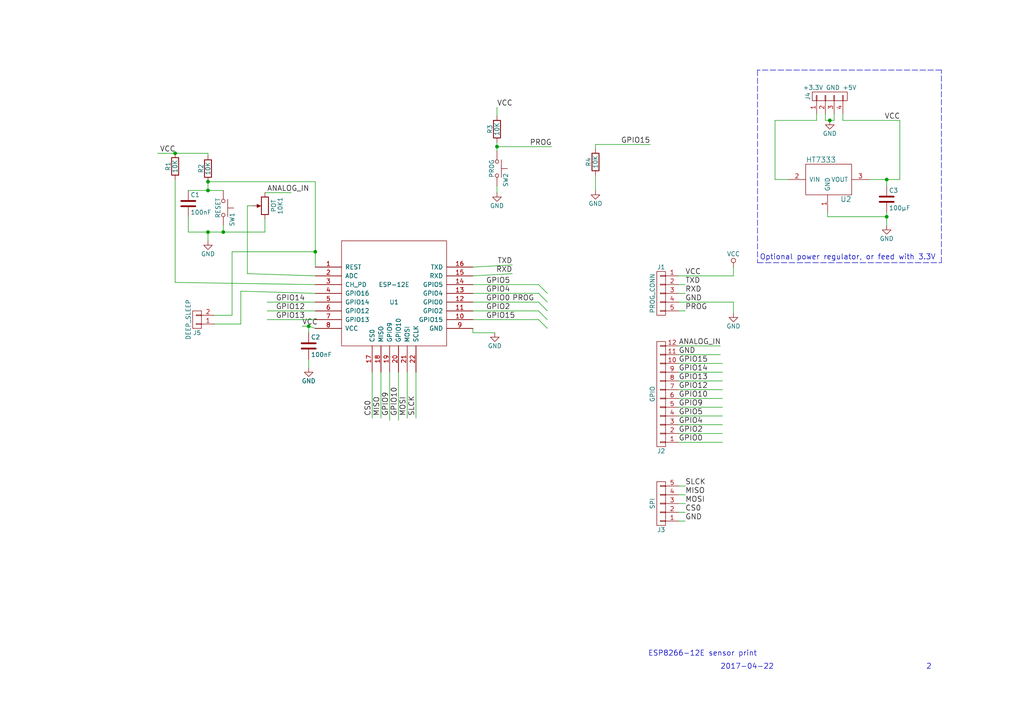
<source format=kicad_sch>
(kicad_sch (version 20211123) (generator eeschema)
  (paper "A4")
  (lib_symbols
    (symbol "ESP-Sensors-rescue:C" (pin_numbers hide) (pin_names (offset 0.254))
      (property "Reference" "C" (at 0.635 2.54 0))
      (property "Value" "C" (at 0.635 -2.54 0))
      (symbol "C_0_1"
        (polyline (pts (xy -2.032 -0.762) (xy 2.032 -0.762)) (stroke (width 0.508)))
        (polyline (pts (xy -2.032 0.762) (xy 2.032 0.762)) (stroke (width 0.508)))
      )
      (symbol "C_1_1"
        (pin passive line (at 0 3.81 270) (length 2.794) (name "~") (number "1"))
        (pin passive line (at 0 -3.81 90) (length 2.794) (name "~") (number "2"))
      )
    )
    (symbol "ESP-Sensors-rescue:CONN_01X02" (pin_names (offset 1.016) hide)
      (property "Reference" "J" (at 0 3.81 0))
      (property "Value" "CONN_01X02" (at 2.54 0 90))
      (symbol "CONN_01X02_0_1"
        (rectangle (start -1.27 -1.143) (end 0.254 -1.397))
        (rectangle (start -1.27 1.397) (end 0.254 1.143))
        (rectangle (start -1.27 2.54) (end 1.27 -2.54))
      )
      (symbol "CONN_01X02_1_1"
        (pin passive line (at -5.08 1.27 0) (length 3.81) (name "P1") (number "1"))
        (pin passive line (at -5.08 -1.27 0) (length 3.81) (name "P2") (number "2"))
      )
    )
    (symbol "ESP-Sensors-rescue:CONN_01X04" (pin_names (offset 1.016) hide)
      (property "Reference" "J" (at 0 6.35 0))
      (property "Value" "CONN_01X04" (at 2.54 0 90))
      (symbol "CONN_01X04_0_1"
        (rectangle (start -1.27 -3.683) (end 0.254 -3.937))
        (rectangle (start -1.27 -1.143) (end 0.254 -1.397))
        (rectangle (start -1.27 1.397) (end 0.254 1.143))
        (rectangle (start -1.27 3.937) (end 0.254 3.683))
        (rectangle (start -1.27 5.08) (end 1.27 -5.08))
      )
      (symbol "CONN_01X04_1_1"
        (pin power_out line (at -5.08 3.81 0) (length 3.81) (name "P1") (number "1"))
        (pin passive line (at -5.08 1.27 0) (length 3.81) (name "P2") (number "2"))
        (pin passive line (at -5.08 -1.27 0) (length 3.81) (name "P3") (number "3"))
        (pin passive line (at -5.08 -3.81 0) (length 3.81) (name "P4") (number "4"))
      )
    )
    (symbol "ESP-Sensors-rescue:CONN_01X05" (pin_names (offset 1.016) hide)
      (property "Reference" "J" (at 0 7.62 0))
      (property "Value" "CONN_01X05" (at 2.54 0 90))
      (symbol "CONN_01X05_0_1"
        (rectangle (start -1.27 -4.953) (end 0.254 -5.207))
        (rectangle (start -1.27 -2.413) (end 0.254 -2.667))
        (rectangle (start -1.27 0.127) (end 0.254 -0.127))
        (rectangle (start -1.27 2.667) (end 0.254 2.413))
        (rectangle (start -1.27 5.207) (end 0.254 4.953))
        (rectangle (start -1.27 6.35) (end 1.27 -6.35))
      )
      (symbol "CONN_01X05_1_1"
        (pin passive line (at -5.08 5.08 0) (length 3.81) (name "P1") (number "1"))
        (pin passive line (at -5.08 2.54 0) (length 3.81) (name "P2") (number "2"))
        (pin passive line (at -5.08 0 0) (length 3.81) (name "P3") (number "3"))
        (pin passive line (at -5.08 -2.54 0) (length 3.81) (name "P4") (number "4"))
        (pin passive line (at -5.08 -5.08 0) (length 3.81) (name "P5") (number "5"))
      )
    )
    (symbol "ESP-Sensors-rescue:CONN_01X12" (pin_names (offset 1.016) hide)
      (property "Reference" "J" (at 0 16.51 0))
      (property "Value" "CONN_01X12" (at 2.54 0 90))
      (symbol "CONN_01X12_0_1"
        (rectangle (start -1.27 -15.24) (end 1.27 15.24))
        (rectangle (start -1.27 -13.843) (end 0.254 -14.097))
        (rectangle (start -1.27 -11.303) (end 0.254 -11.557))
        (rectangle (start -1.27 -8.763) (end 0.254 -9.017))
        (rectangle (start -1.27 -6.223) (end 0.254 -6.477))
        (rectangle (start -1.27 -3.683) (end 0.254 -3.937))
        (rectangle (start -1.27 -1.143) (end 0.254 -1.397))
        (rectangle (start -1.27 1.397) (end 0.254 1.143))
        (rectangle (start -1.27 3.937) (end 0.254 3.683))
        (rectangle (start -1.27 6.477) (end 0.254 6.223))
        (rectangle (start -1.27 9.017) (end 0.254 8.763))
        (rectangle (start -1.27 11.557) (end 0.254 11.303))
        (rectangle (start -1.27 14.097) (end 0.254 13.843))
      )
      (symbol "CONN_01X12_1_1"
        (pin passive line (at -5.08 13.97 0) (length 3.81) (name "P1") (number "1"))
        (pin passive line (at -5.08 -8.89 0) (length 3.81) (name "P10") (number "10"))
        (pin passive line (at -5.08 -11.43 0) (length 3.81) (name "P11") (number "11"))
        (pin passive line (at -5.08 -13.97 0) (length 3.81) (name "P12") (number "12"))
        (pin passive line (at -5.08 11.43 0) (length 3.81) (name "P2") (number "2"))
        (pin passive line (at -5.08 8.89 0) (length 3.81) (name "P3") (number "3"))
        (pin passive line (at -5.08 6.35 0) (length 3.81) (name "P4") (number "4"))
        (pin passive line (at -5.08 3.81 0) (length 3.81) (name "P5") (number "5"))
        (pin passive line (at -5.08 1.27 0) (length 3.81) (name "P6") (number "6"))
        (pin passive line (at -5.08 -1.27 0) (length 3.81) (name "P7") (number "7"))
        (pin passive line (at -5.08 -3.81 0) (length 3.81) (name "P8") (number "8"))
        (pin passive line (at -5.08 -6.35 0) (length 3.81) (name "P9") (number "9"))
      )
    )
    (symbol "ESP-Sensors-rescue:ESP-12E" (pin_names (offset 1.016))
      (property "Reference" "U" (at 0 -2.54 0))
      (property "Value" "ESP-12E" (at 0 2.54 0))
      (symbol "ESP-12E_1_0"
        (rectangle (start -15.24 -15.24) (end 15.24 15.24))
      )
      (symbol "ESP-12E_1_1"
        (pin input line (at -22.86 7.62 0) (length 7.62) (name "REST") (number "1"))
        (pin bidirectional line (at 22.86 -7.62 180) (length 7.62) (name "GPIO15") (number "10"))
        (pin bidirectional line (at 22.86 -5.08 180) (length 7.62) (name "GPIO2") (number "11"))
        (pin bidirectional line (at 22.86 -2.54 180) (length 7.62) (name "GPIO0") (number "12"))
        (pin bidirectional line (at 22.86 0 180) (length 7.62) (name "GPIO4") (number "13"))
        (pin bidirectional line (at 22.86 2.54 180) (length 7.62) (name "GPIO5") (number "14"))
        (pin input line (at 22.86 5.08 180) (length 7.62) (name "RXD") (number "15"))
        (pin output line (at 22.86 7.62 180) (length 7.62) (name "TXD") (number "16"))
        (pin bidirectional line (at -6.35 -22.86 90) (length 7.62) (name "CS0") (number "17"))
        (pin bidirectional line (at -3.81 -22.86 90) (length 7.62) (name "MISO") (number "18"))
        (pin bidirectional line (at -1.27 -22.86 90) (length 7.62) (name "GPIO9") (number "19"))
        (pin passive line (at -22.86 5.08 0) (length 7.62) (name "ADC") (number "2"))
        (pin bidirectional line (at 1.27 -22.86 90) (length 7.62) (name "GPIO10") (number "20"))
        (pin bidirectional line (at 3.81 -22.86 90) (length 7.62) (name "MOSI") (number "21"))
        (pin bidirectional line (at 6.35 -22.86 90) (length 7.62) (name "SCLK") (number "22"))
        (pin input line (at -22.86 2.54 0) (length 7.62) (name "CH_PD") (number "3"))
        (pin bidirectional line (at -22.86 0 0) (length 7.62) (name "GPIO16") (number "4"))
        (pin bidirectional line (at -22.86 -2.54 0) (length 7.62) (name "GPIO14") (number "5"))
        (pin bidirectional line (at -22.86 -5.08 0) (length 7.62) (name "GPIO12") (number "6"))
        (pin bidirectional line (at -22.86 -7.62 0) (length 7.62) (name "GPIO13") (number "7"))
        (pin power_in line (at -22.86 -10.16 0) (length 7.62) (name "VCC") (number "8"))
        (pin power_in line (at 22.86 -10.16 180) (length 7.62) (name "GND") (number "9"))
      )
    )
    (symbol "ESP-Sensors-rescue:GND" (power) (pin_names (offset 0))
      (property "Value" "GND" (at 0 -3.81 0))
      (symbol "GND_0_1"
        (polyline (pts (xy 0 0) (xy 0 -1.27) (xy 1.27 -1.27) (xy 0 -2.54) (xy -1.27 -1.27) (xy 0 -1.27)))
      )
      (symbol "GND_1_1"
        (pin power_in line (at 0 0 270) (length 0) hide (name "GND") (number "1"))
      )
    )
    (symbol "ESP-Sensors-rescue:HT7333" (pin_names (offset 1.016))
      (property "Reference" "U" (at 6.985 -5.715 0))
      (property "Value" "HT7333" (at -1.905 5.715 0))
      (symbol "HT7333_0_1"
        (rectangle (start -6.35 4.445) (end 6.985 -4.445))
      )
      (symbol "HT7333_1_1"
        (pin passive line (at 0 -9.525 90) (length 5.08) (name "GND") (number "1"))
        (pin power_in line (at -11.43 0 0) (length 5.08) (name "VIN") (number "2"))
        (pin power_out line (at 12.065 0 180) (length 5.08) (name "VOUT") (number "3"))
      )
    )
    (symbol "ESP-Sensors-rescue:POT" (pin_numbers hide) (pin_names (offset 1.016) hide)
      (property "Reference" "RV" (at -4.445 0 90))
      (property "Value" "POT" (at -2.54 0 90))
      (symbol "POT_0_1"
        (polyline (pts (xy 2.54 0) (xy 1.524 0)))
        (polyline (pts (xy 1.143 0) (xy 2.286 0.508) (xy 2.286 -0.508)) (fill (type outline)))
        (rectangle (start 1.016 2.54) (end -1.016 -2.54) (stroke (width 0.254)))
      )
      (symbol "POT_1_1"
        (pin passive line (at 0 3.81 270) (length 1.27) (name "1") (number "1"))
        (pin passive line (at 3.81 0 180) (length 1.27) (name "2") (number "2"))
        (pin passive line (at 0 -3.81 90) (length 1.27) (name "3") (number "3"))
      )
    )
    (symbol "ESP-Sensors-rescue:PROG_CONN" (pin_names (offset 1.016) hide)
      (property "Reference" "J" (at 0 7.62 0))
      (property "Value" "PROG_CONN" (at 2.54 0 90))
      (symbol "PROG_CONN_0_1"
        (rectangle (start -1.27 -4.953) (end 0.254 -5.207))
        (rectangle (start -1.27 -2.413) (end 0.254 -2.667))
        (rectangle (start -1.27 0.127) (end 0.254 -0.127))
        (rectangle (start -1.27 2.667) (end 0.254 2.413))
        (rectangle (start -1.27 5.207) (end 0.254 4.953))
        (rectangle (start -1.27 6.35) (end 1.27 -6.35))
      )
      (symbol "PROG_CONN_1_1"
        (pin passive line (at -5.08 5.08 0) (length 3.81) (name "P1") (number "1"))
        (pin input line (at -5.08 2.54 0) (length 3.81) (name "P2") (number "2"))
        (pin output line (at -5.08 0 0) (length 3.81) (name "P3") (number "3"))
        (pin power_out line (at -5.08 -2.54 0) (length 3.81) (name "P4") (number "4"))
        (pin passive line (at -5.08 -5.08 0) (length 3.81) (name "P5") (number "5"))
      )
    )
    (symbol "ESP-Sensors-rescue:R" (pin_numbers hide) (pin_names (offset 0))
      (property "Reference" "R" (at 2.032 0 90))
      (property "Value" "R" (at 0 0 90))
      (symbol "R_0_1"
        (rectangle (start -1.016 -2.54) (end 1.016 2.54) (stroke (width 0.254)))
      )
      (symbol "R_1_1"
        (pin passive line (at 0 3.81 270) (length 1.27) (name "~") (number "1"))
        (pin passive line (at 0 -3.81 90) (length 1.27) (name "~") (number "2"))
      )
    )
    (symbol "ESP-Sensors-rescue:SW_Push" (pin_numbers hide) (pin_names (offset 1.016) hide)
      (property "Reference" "SW" (at 1.27 2.54 0))
      (property "Value" "SW_Push" (at 0 -1.524 0))
      (symbol "SW_Push_0_1"
        (circle (center -2.032 0) (radius 0.508))
        (polyline (pts (xy 0 1.27) (xy 0 3.048)))
        (polyline (pts (xy 2.54 1.27) (xy -2.54 1.27)))
        (circle (center 2.032 0) (radius 0.508))
        (pin passive line (at -5.08 0 0) (length 2.54) (name "1") (number "1"))
        (pin passive line (at 5.08 0 180) (length 2.54) (name "2") (number "2"))
      )
    )
    (symbol "ESP-Sensors-rescue:VCC" (power) (pin_names (offset 0))
      (property "Value" "VCC" (at 0 3.81 0))
      (symbol "VCC_0_1"
        (polyline (pts (xy 0 0) (xy 0 1.27)))
        (circle (center 0 1.905) (radius 0.635))
      )
      (symbol "VCC_1_1"
        (pin power_in line (at 0 0 90) (length 0) hide (name "VCC") (number "1"))
      )
    )
  )
  (bus_alias "GPIO[0..15]" (members "GPIO0" "GPIO2" "GPIO4" "GPIO5" "GPIO9" "GPIO10" "GPIO12" "GPIO13" "GPIO14" "GPIO15"))
  (junction (at 144.145 42.545))
  (junction (at 60.325 52.705))
  (junction (at 91.44 73.025))
  (junction (at 60.325 55.245))
  (junction (at 50.8 44.45))
  (junction (at 257.175 62.865))
  (junction (at 64.77 67.31))
  (junction (at 257.175 52.07))
  (junction (at 89.535 94.615))
  (junction (at 60.325 67.31))
  (junction (at 240.665 34.925))
  (bus_entry (at 156.21 85.09) (size 2.54 2.54))
  (bus_entry (at 156.21 87.63) (size 2.54 2.54))
  (bus_entry (at 156.21 92.71) (size 2.54 2.54))
  (bus_entry (at 156.21 90.17) (size 2.54 2.54))
  (bus_entry (at 156.21 82.55) (size 2.54 2.54))
  (wire (pts (xy 137.16 87.63) (xy 156.21 87.63)))
  (wire (pts (xy 71.755 59.69) (xy 73.025 59.69)))
  (wire (pts (xy 196.85 123.19) (xy 209.55 123.19)))
  (wire (pts (xy 196.85 146.05) (xy 198.755 146.05)))
  (wire (pts (xy 137.16 85.09) (xy 156.21 85.09)))
  (wire (pts (xy 257.175 52.07) (xy 252.095 52.07)))
  (wire (pts (xy 120.65 107.95) (xy 120.65 121.285)))
  (wire (pts (xy 196.85 143.51) (xy 198.755 143.51)))
  (wire (pts (xy 224.79 52.07) (xy 228.6 52.07)))
  (wire (pts (xy 76.835 67.31) (xy 76.835 63.5)))
  (wire (pts (xy 196.85 90.17) (xy 198.755 90.17)))
  (wire (pts (xy 196.85 110.49) (xy 209.55 110.49)))
  (wire (pts (xy 71.755 79.375) (xy 71.755 59.69)))
  (wire (pts (xy 196.85 85.09) (xy 198.755 85.09)))
  (wire (pts (xy 137.16 96.52) (xy 137.16 95.25)))
  (wire (pts (xy 143.51 96.52) (xy 137.16 96.52)))
  (wire (pts (xy 64.77 67.31) (xy 76.835 67.31)))
  (wire (pts (xy 137.16 82.55) (xy 156.21 82.55)))
  (wire (pts (xy 60.325 44.45) (xy 60.325 45.085)))
  (wire (pts (xy 77.47 90.17) (xy 91.44 90.17)))
  (polyline (pts (xy 273.05 20.32) (xy 219.71 20.32)))
  (wire (pts (xy 240.03 61.595) (xy 240.03 62.865)))
  (wire (pts (xy 62.23 91.44) (xy 67.31 91.44)))
  (wire (pts (xy 91.44 52.705) (xy 91.44 73.025)))
  (wire (pts (xy 137.16 90.17) (xy 156.21 90.17)))
  (wire (pts (xy 50.8 81.915) (xy 91.44 82.55)))
  (wire (pts (xy 212.725 80.01) (xy 212.725 77.47)))
  (polyline (pts (xy 273.05 76.2) (xy 273.05 20.32)))
  (wire (pts (xy 172.72 50.8) (xy 172.72 55.245)))
  (wire (pts (xy 54.61 67.31) (xy 60.325 67.31)))
  (wire (pts (xy 196.85 113.03) (xy 209.55 113.03)))
  (wire (pts (xy 60.325 67.31) (xy 64.77 67.31)))
  (wire (pts (xy 244.475 34.925) (xy 260.985 34.925)))
  (wire (pts (xy 196.85 102.87) (xy 208.915 102.87)))
  (wire (pts (xy 110.49 107.95) (xy 110.49 121.285)))
  (polyline (pts (xy 219.71 76.2) (xy 273.05 76.2)))
  (wire (pts (xy 257.175 62.865) (xy 257.175 65.405)))
  (wire (pts (xy 45.72 44.45) (xy 50.8 44.45)))
  (wire (pts (xy 89.535 94.615) (xy 91.44 95.25)))
  (wire (pts (xy 196.85 115.57) (xy 209.55 115.57)))
  (wire (pts (xy 77.47 92.71) (xy 91.44 92.71)))
  (wire (pts (xy 60.325 52.705) (xy 91.44 52.705)))
  (wire (pts (xy 64.77 67.31) (xy 64.77 65.405)))
  (wire (pts (xy 144.145 42.545) (xy 160.02 42.545)))
  (wire (pts (xy 257.175 61.595) (xy 257.175 62.865)))
  (wire (pts (xy 144.145 33.655) (xy 144.145 31.115)))
  (wire (pts (xy 54.61 62.865) (xy 54.61 67.31)))
  (wire (pts (xy 67.31 91.44) (xy 67.31 73.025)))
  (wire (pts (xy 196.85 105.41) (xy 209.55 105.41)))
  (wire (pts (xy 244.475 33.02) (xy 244.475 34.925)))
  (wire (pts (xy 196.85 118.11) (xy 209.55 118.11)))
  (wire (pts (xy 60.325 55.245) (xy 60.325 52.705)))
  (wire (pts (xy 241.935 34.925) (xy 241.935 33.02)))
  (wire (pts (xy 50.8 44.45) (xy 60.325 44.45)))
  (wire (pts (xy 137.16 92.71) (xy 156.21 92.71)))
  (wire (pts (xy 196.85 107.95) (xy 209.55 107.95)))
  (wire (pts (xy 89.535 94.615) (xy 89.535 96.52)))
  (wire (pts (xy 196.85 100.33) (xy 208.915 100.33)))
  (wire (pts (xy 91.44 73.025) (xy 91.44 77.47)))
  (wire (pts (xy 196.85 140.97) (xy 198.755 140.97)))
  (wire (pts (xy 144.145 42.545) (xy 144.145 43.815)))
  (wire (pts (xy 50.8 52.07) (xy 50.8 81.915)))
  (wire (pts (xy 239.395 34.925) (xy 240.665 34.925)))
  (wire (pts (xy 87.63 94.615) (xy 89.535 94.615)))
  (wire (pts (xy 260.985 52.07) (xy 257.175 52.07)))
  (wire (pts (xy 196.85 151.13) (xy 198.755 151.13)))
  (wire (pts (xy 60.325 55.245) (xy 64.77 55.245)))
  (wire (pts (xy 196.85 82.55) (xy 198.755 82.55)))
  (wire (pts (xy 77.47 87.63) (xy 91.44 87.63)))
  (wire (pts (xy 69.85 93.98) (xy 62.23 93.98)))
  (wire (pts (xy 196.85 80.01) (xy 212.725 80.01)))
  (wire (pts (xy 54.61 55.245) (xy 60.325 55.245)))
  (wire (pts (xy 113.03 107.95) (xy 113.03 121.92)))
  (wire (pts (xy 107.95 107.95) (xy 107.95 121.285)))
  (wire (pts (xy 240.665 34.925) (xy 241.935 34.925)))
  (wire (pts (xy 196.85 125.73) (xy 209.55 125.73)))
  (wire (pts (xy 196.85 148.59) (xy 198.755 148.59)))
  (wire (pts (xy 224.79 34.925) (xy 224.79 52.07)))
  (wire (pts (xy 224.79 34.925) (xy 236.855 34.925)))
  (wire (pts (xy 71.755 79.375) (xy 91.44 80.01)))
  (wire (pts (xy 137.16 80.01) (xy 148.59 79.375)))
  (wire (pts (xy 144.145 53.975) (xy 144.145 55.88)))
  (wire (pts (xy 172.72 41.91) (xy 172.72 43.18)))
  (wire (pts (xy 115.57 107.95) (xy 115.57 121.92)))
  (wire (pts (xy 118.11 107.95) (xy 118.11 121.285)))
  (wire (pts (xy 239.395 33.02) (xy 239.395 34.925)))
  (wire (pts (xy 260.985 34.925) (xy 260.985 52.07)))
  (wire (pts (xy 236.855 34.925) (xy 236.855 33.02)))
  (wire (pts (xy 69.85 84.455) (xy 69.85 93.98)))
  (wire (pts (xy 257.175 52.07) (xy 257.175 53.975)))
  (wire (pts (xy 240.03 62.865) (xy 257.175 62.865)))
  (polyline (pts (xy 219.71 20.32) (xy 219.71 76.2)))
  (wire (pts (xy 76.835 55.88) (xy 84.455 55.88)))
  (wire (pts (xy 67.31 73.025) (xy 91.44 73.025)))
  (wire (pts (xy 89.535 104.14) (xy 89.535 106.68)))
  (wire (pts (xy 144.145 41.275) (xy 144.145 42.545)))
  (wire (pts (xy 172.72 41.91) (xy 188.595 41.91)))
  (wire (pts (xy 196.85 120.65) (xy 209.55 120.65)))
  (wire (pts (xy 60.325 67.31) (xy 60.325 69.85)))
  (wire (pts (xy 196.85 87.63) (xy 212.725 87.63)))
  (wire (pts (xy 137.16 77.47) (xy 148.59 76.835)))
  (wire (pts (xy 212.725 87.63) (xy 212.725 90.805)))
  (wire (pts (xy 196.85 128.27) (xy 209.55 128.27)))
  (wire (pts (xy 69.85 84.455) (xy 91.44 85.09)))
  (text "2" (at 268.605 194.31 0) (effects (font (size 1.524 1.524)) (justify left bottom)))
  (text "2017-04-22" (at 208.915 194.31 0) (effects (font (size 1.524 1.524)) (justify left bottom)))
  (text "ESP8266-12E sensor print" (at 187.96 190.5 0) (effects (font (size 1.524 1.524)) (justify left bottom)))
  (text "Optional power regulator, or feed with 3.3V" (at 220.345 75.565 0) (effects (font (size 1.524 1.524)) (justify left bottom)))
  (label "MISO" (at 110.49 120.65 90) (effects (font (size 1.524 1.524))))
  (label "RXD" (at 198.755 85.09 0) (effects (font (size 1.524 1.524))))
  (label "GPIO13" (at 80.01 92.71 0) (effects (font (size 1.524 1.524))))
  (label "SLCK" (at 120.65 120.65 90) (effects (font (size 1.524 1.524))))
  (label "TXD" (at 198.755 82.55 0) (effects (font (size 1.524 1.524))))
  (label "PROG" (at 154.94 87.63 180) (effects (font (size 1.524 1.524))))
  (label "MISO" (at 198.755 143.51 0) (effects (font (size 1.524 1.524))))
  (label "CS0" (at 198.755 148.59 0) (effects (font (size 1.524 1.524))))
  (label "TXD" (at 148.59 76.835 180) (effects (font (size 1.524 1.524))))
  (label "GPIO10" (at 196.85 115.57 0) (effects (font (size 1.524 1.524))))
  (label "VCC" (at 256.54 34.925 0) (effects (font (size 1.524 1.524))))
  (label "CS0" (at 107.95 120.65 90) (effects (font (size 1.524 1.524))))
  (label "SLCK" (at 198.755 140.97 0) (effects (font (size 1.524 1.524))))
  (label "GPIO15" (at 140.97 92.71 0) (effects (font (size 1.524 1.524))))
  (label "GPIO12" (at 80.01 90.17 0) (effects (font (size 1.524 1.524))))
  (label "PROG" (at 198.755 90.17 0) (effects (font (size 1.524 1.524))))
  (label "GPIO15" (at 196.85 105.41 0) (effects (font (size 1.524 1.524))))
  (label "PROG" (at 160.02 42.545 180) (effects (font (size 1.524 1.524))))
  (label "GPIO0" (at 196.85 128.27 0) (effects (font (size 1.524 1.524))))
  (label "VCC" (at 144.145 31.115 0) (effects (font (size 1.524 1.524))))
  (label "GPIO2" (at 140.97 90.17 0) (effects (font (size 1.524 1.524))))
  (label "GPIO4" (at 140.97 85.09 0) (effects (font (size 1.524 1.524))))
  (label "GPIO0" (at 140.97 87.63 0) (effects (font (size 1.524 1.524))))
  (label "GND" (at 196.85 102.87 0) (effects (font (size 1.524 1.524))))
  (label "MOSI" (at 118.11 120.65 90) (effects (font (size 1.524 1.524))))
  (label "GPIO9" (at 113.03 120.65 90) (effects (font (size 1.524 1.524))))
  (label "GPIO14" (at 80.01 87.63 0) (effects (font (size 1.524 1.524))))
  (label "VCC" (at 87.63 94.615 0) (effects (font (size 1.524 1.524))))
  (label "GPIO5" (at 196.85 120.65 0) (effects (font (size 1.524 1.524))))
  (label "GPIO13" (at 196.85 110.49 0) (effects (font (size 1.524 1.524))))
  (label "GPIO12" (at 196.85 113.03 0) (effects (font (size 1.524 1.524))))
  (label "GND" (at 198.755 87.63 0) (effects (font (size 1.524 1.524))))
  (label "ANALOG_IN" (at 77.47 55.88 0) (effects (font (size 1.524 1.524))))
  (label "GPIO2" (at 196.85 125.73 0) (effects (font (size 1.524 1.524))))
  (label "MOSI" (at 198.755 146.05 0) (effects (font (size 1.524 1.524))))
  (label "GND" (at 198.755 151.13 0) (effects (font (size 1.524 1.524))))
  (label "GPIO4" (at 196.85 123.19 0) (effects (font (size 1.524 1.524))))
  (label "VCC" (at 46.355 44.45 0) (effects (font (size 1.524 1.524))))
  (label "VCC" (at 198.755 80.01 0) (effects (font (size 1.524 1.524))))
  (label "RXD" (at 148.59 79.375 180) (effects (font (size 1.524 1.524))))
  (label "GPIO14" (at 196.85 107.95 0) (effects (font (size 1.524 1.524))))
  (label "GPIO5" (at 140.97 82.55 0) (effects (font (size 1.524 1.524))))
  (label "GPIO9" (at 196.85 118.11 0) (effects (font (size 1.524 1.524))))
  (label "GPIO15" (at 188.595 41.91 180) (effects (font (size 1.524 1.524))))
  (label "ANALOG_IN" (at 196.85 100.33 0) (effects (font (size 1.524 1.524))))
  (label "GPIO10" (at 115.57 120.65 90) (effects (font (size 1.524 1.524))))
  (symbol (lib_id "ESP-Sensors-rescue:ESP-12E") (at 114.3 85.09 0) (unit 1)
    (property "Reference" "U1" (at 114.3 87.63 0))
    (property "Value" "ESP-12E" (at 114.3 82.55 0))
    (property "Footprint" "ESP8266:ESP-12E" (effects hide))
  )
  (symbol (lib_id "ESP-Sensors-rescue:CONN_01X12") (at 191.77 114.3 180) (unit 1)
    (property "Reference" "J2" (at 191.77 130.81 0))
    (property "Value" "GPIO" (at 189.23 114.3 90))
    (property "Footprint" "Pin_Headers:Pin_Header_Straight_1x12" (effects hide))
  )
  (symbol (lib_id "ESP-Sensors-rescue:R") (at 60.325 48.895 180) (unit 1)
    (property "Reference" "R2" (at 58.293 48.895 90))
    (property "Value" "10K" (at 60.325 48.895 90))
    (property "Footprint" "Resistors_SMD:R_0805_HandSoldering" (effects hide))
  )
  (symbol (lib_id "ESP-Sensors-rescue:SW_Push") (at 64.77 60.325 270) (unit 1)
    (property "Reference" "SW1" (at 67.31 61.595 0) (effects (justify left)))
    (property "Value" "RESET" (at 63.246 60.325 0))
    (property "Footprint" "Buttons_Switches_THT:SW_PUSH_6mm" (effects hide))
  )
  (symbol (lib_id "ESP-Sensors-rescue:GND") (at 60.325 69.85 0) (unit 1)
    (property "Reference" "#PWR01" (effects hide))
    (property "Value" "GND" (at 60.325 73.66 0))
  )
  (symbol (lib_id "ESP-Sensors-rescue:R") (at 50.8 48.26 180) (unit 1)
    (property "Reference" "R1" (at 48.768 48.26 90))
    (property "Value" "10K" (at 50.8 48.26 90))
    (property "Footprint" "Resistors_SMD:R_0805_HandSoldering" (effects hide))
  )
  (symbol (lib_id "ESP-Sensors-rescue:POT") (at 76.835 59.69 180) (unit 1)
    (property "Reference" "10K1" (at 81.28 59.69 90))
    (property "Value" "POT" (at 79.375 59.69 90))
    (property "Footprint" "Potentiometers:Potentiometer_Trimmer_Vishay_T73YP_Horizontal" (effects hide))
  )
  (symbol (lib_id "ESP-Sensors-rescue:C") (at 257.175 57.785 0) (unit 1)
    (property "Reference" "C3" (at 257.81 55.245 0) (effects (justify left)))
    (property "Value" "100µF" (at 257.81 60.325 0) (effects (justify left)))
    (property "Footprint" "Capacitors_SMD:c_elec_6.3x7.7" (effects hide))
  )
  (symbol (lib_id "ESP-Sensors-rescue:GND") (at 257.175 65.405 0) (unit 1)
    (property "Reference" "#PWR02" (effects hide))
    (property "Value" "GND" (at 257.175 69.215 0))
  )
  (symbol (lib_id "ESP-Sensors-rescue:GND") (at 212.725 90.805 0) (unit 1)
    (property "Reference" "#PWR03" (effects hide))
    (property "Value" "GND" (at 212.725 94.615 0))
  )
  (symbol (lib_id "ESP-Sensors-rescue:C") (at 54.61 59.055 0) (unit 1)
    (property "Reference" "C1" (at 55.245 56.515 0) (effects (justify left)))
    (property "Value" "100nF" (at 55.245 61.595 0) (effects (justify left)))
    (property "Footprint" "Capacitors_SMD:C_0805_HandSoldering" (effects hide))
  )
  (symbol (lib_id "ESP-Sensors-rescue:R") (at 144.145 37.465 180) (unit 1)
    (property "Reference" "R3" (at 142.113 37.465 90))
    (property "Value" "10K" (at 144.145 37.465 90))
    (property "Footprint" "Resistors_SMD:R_0805_HandSoldering" (effects hide))
  )
  (symbol (lib_id "ESP-Sensors-rescue:SW_Push") (at 144.145 48.895 270) (unit 1)
    (property "Reference" "SW2" (at 146.685 50.165 0) (effects (justify left)))
    (property "Value" "PROG" (at 142.621 48.895 0))
    (property "Footprint" "Buttons_Switches_THT:SW_PUSH_6mm" (effects hide))
  )
  (symbol (lib_id "ESP-Sensors-rescue:GND") (at 144.145 55.88 0) (unit 1)
    (property "Reference" "#PWR04" (effects hide))
    (property "Value" "GND" (at 144.145 59.69 0))
  )
  (symbol (lib_id "ESP-Sensors-rescue:VCC") (at 212.725 77.47 0) (unit 1)
    (property "Reference" "#PWR05" (effects hide))
    (property "Value" "VCC" (at 212.725 73.66 0))
  )
  (symbol (lib_id "ESP-Sensors-rescue:GND") (at 143.51 96.52 0) (unit 1)
    (property "Reference" "#PWR06" (effects hide))
    (property "Value" "GND" (at 143.51 100.33 0))
  )
  (symbol (lib_id "ESP-Sensors-rescue:PROG_CONN") (at 191.77 85.09 0) (mirror y) (unit 1)
    (property "Reference" "J1" (at 191.77 77.47 0))
    (property "Value" "PROG_CONN" (at 189.23 85.09 90))
    (property "Footprint" "ESP-RS232:Pin_Header_Straight_1x05b" (effects hide))
  )
  (symbol (lib_id "ESP-Sensors-rescue:GND") (at 240.665 34.925 0) (unit 1)
    (property "Reference" "#PWR07" (effects hide))
    (property "Value" "GND" (at 240.665 38.735 0))
  )
  (symbol (lib_id "ESP-Sensors-rescue:GND") (at 89.535 106.68 0) (unit 1)
    (property "Reference" "#PWR08" (effects hide))
    (property "Value" "GND" (at 89.535 110.49 0))
  )
  (symbol (lib_id "ESP-Sensors-rescue:C") (at 89.535 100.33 0) (unit 1)
    (property "Reference" "C2" (at 90.17 97.79 0) (effects (justify left)))
    (property "Value" "100nF" (at 90.17 102.87 0) (effects (justify left)))
    (property "Footprint" "Capacitors_SMD:C_0805_HandSoldering" (effects hide))
  )
  (symbol (lib_id "ESP-Sensors-rescue:CONN_01X05") (at 191.77 146.05 180) (unit 1)
    (property "Reference" "J3" (at 191.77 153.67 0))
    (property "Value" "SPI" (at 189.23 146.05 90))
    (property "Footprint" "ESP-RS232:SPI_Header" (effects hide))
  )
  (symbol (lib_id "ESP-Sensors-rescue:CONN_01X04") (at 240.665 27.94 90) (unit 1)
    (property "Reference" "J4" (at 234.315 27.94 0))
    (property "Value" "+3.3V GND +5V" (at 240.665 25.4 90))
    (property "Footprint" "Pin_Headers:Pin_Header_Straight_1x04" (effects hide))
  )
  (symbol (lib_id "ESP-Sensors-rescue:CONN_01X02") (at 57.15 92.71 180) (unit 1)
    (property "Reference" "J5" (at 57.15 96.52 0))
    (property "Value" "DEEP_SLEEP" (at 54.61 92.71 90))
    (property "Footprint" "Pin_Headers:Pin_Header_Straight_1x02" (effects hide))
  )
  (symbol (lib_id "ESP-Sensors-rescue:R") (at 172.72 46.99 180) (unit 1)
    (property "Reference" "R4" (at 170.688 46.99 90))
    (property "Value" "10K" (at 172.72 46.99 90))
    (property "Footprint" "Resistors_SMD:R_0805_HandSoldering" (effects hide))
  )
  (symbol (lib_id "ESP-Sensors-rescue:GND") (at 172.72 55.245 0) (unit 1)
    (property "Reference" "#PWR09" (effects hide))
    (property "Value" "GND" (at 172.72 59.055 0))
  )
  (symbol (lib_id "ESP-Sensors-rescue:HT7333") (at 240.03 52.07 0) (unit 1)
    (property "Reference" "U2" (at 247.015 57.785 0) (effects (font (size 1.524 1.524)) (justify right)))
    (property "Value" "HT7333" (at 238.125 46.355 0) (effects (font (size 1.524 1.524))))
    (property "Footprint" "TO_SOT_Packages_SMD:SOT89-3_Housing_Handsoldering" (effects hide))
  )
)
</source>
